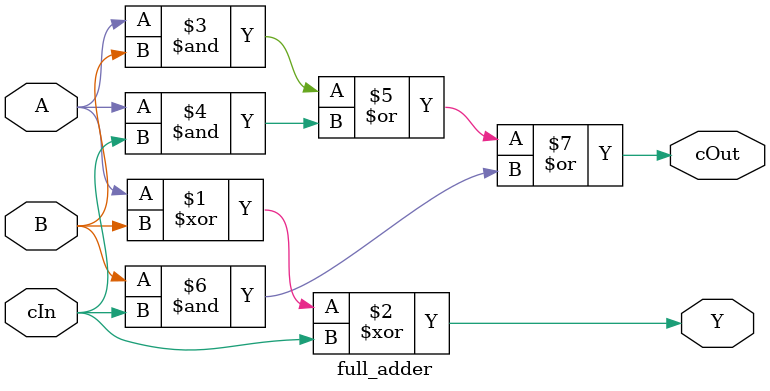
<source format=v>
module full_adder (
    input A,
    input B,
    input cIn,
    output Y,
    output cOut
);

    assign Y = A ^ B ^ cIn;
    assign cOut = (A & B) | (A & cIn) | (B & cIn);

endmodule
</source>
